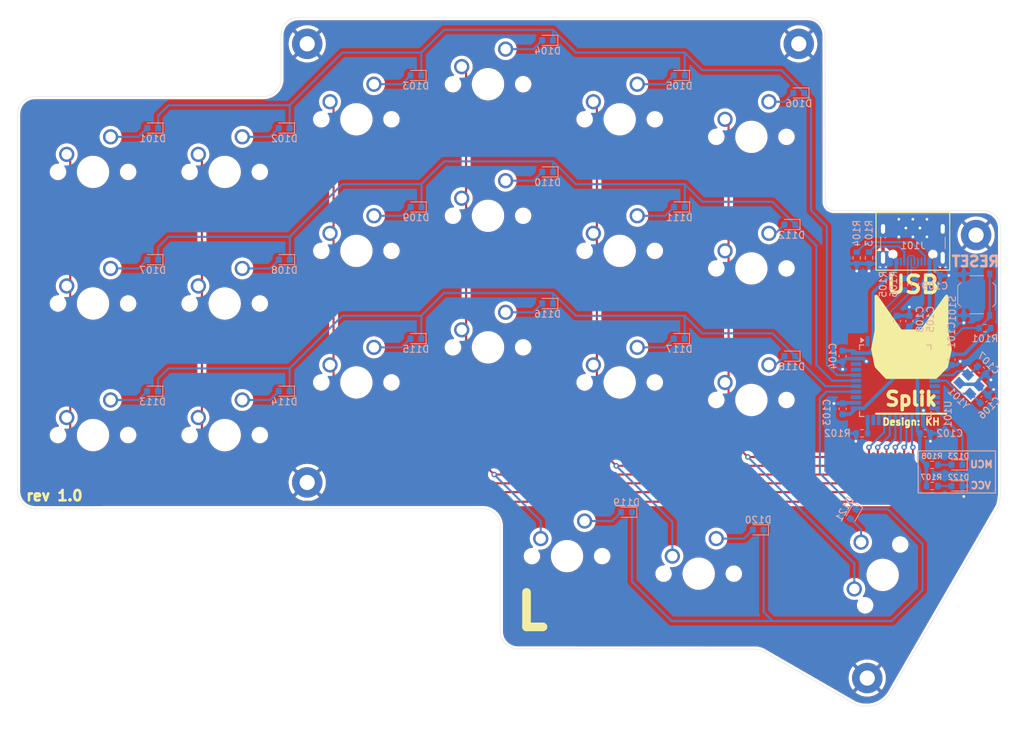
<source format=kicad_pcb>
(kicad_pcb (version 20240108) (generator "pcbnew") (generator_version "8.0")
  (layers (0 "F.Cu" signal) (31 "B.Cu" signal) (34 "B.Paste" user) (35 "F.Paste" user) (36 "B.SilkS" user "B.Silkscreen") (37 "F.SilkS" user "F.Silkscreen") (38 "B.Mask" user) (39 "F.Mask" user) (44 "Edge.Cuts" user))
  (net 0 "")
  (net 1 "GND")
  (net 2 "VCC")
  (net 3 "Net-(U101-XTAL1)")
  (net 4 "Net-(U101-XTAL2)")
  (net 5 "Net-(U101-UCAP)")
  (net 6 "Net-(D101-A)")
  (net 7 "row_0")
  (net 8 "Net-(D102-A)")
  (net 9 "Net-(D103-A)")
  (net 10 "Net-(D104-A)")
  (net 11 "Net-(D105-A)")
  (net 12 "Net-(D106-A)")
  (net 13 "row_1")
  (net 14 "Net-(D107-A)")
  (net 15 "Net-(D108-A)")
  (net 16 "Net-(D109-A)")
  (net 17 "Net-(D110-A)")
  (net 18 "Net-(D111-A)")
  (net 19 "Net-(D112-A)")
  (net 20 "row_2")
  (net 21 "Net-(D113-A)")
  (net 22 "Net-(D114-A)")
  (net 23 "Net-(D115-A)")
  (net 24 "Net-(D116-A)")
  (net 25 "Net-(D117-A)")
  (net 26 "Net-(D118-A)")
  (net 27 "Net-(D119-A)")
  (net 28 "row_3")
  (net 29 "Net-(D120-A)")
  (net 30 "Net-(D121-A)")
  (net 31 "Net-(D122-A)")
  (net 32 "Net-(D123-A)")
  (net 34 "MCU_STATUS")
  (net 35 "Net-(J101-D+-PadA6)")
  (net 36 "Net-(J101-D--PadA7)")
  (net 38 "Net-(J101-CC1)")
  (net 40 "Net-(J101-CC2)")
  (net 41 "Net-(U101-~{RESET})")
  (net 42 "Net-(U101-~{HWB}{slash}PE2)")
  (net 43 "USB_D-")
  (net 44 "USB_D+")
  (net 45 "col_0")
  (net 46 "col_1")
  (net 47 "col_2")
  (net 48 "col_3")
  (net 49 "col_4")
  (net 50 "col_5")
  (footprint "Button_Switch_Keyboard:SW_Cherry_MX_1.00u_PCB" (layer "F.Cu") (at 99.822 98.298)
    (property "Reference" "SW119" (hide yes))
    (property "Value" "FN")
  )
  (footprint "Button_Switch_Keyboard:SW_Cherry_MX_1.00u_PCB" (layer "F.Cu") (at 88.392 49.022)
    (property "Reference" "SW110" (hide yes))
    (property "Value" "D")
  )
  (footprint "Button_Switch_Keyboard:SW_Cherry_MX_1.00u_PCB" (layer "F.Cu") (at 107.442 54.102)
    (property "Reference" "SW111" (hide yes))
    (property "Value" "F")
  )
  (footprint "Button_Switch_Keyboard:SW_Cherry_MX_1.00u_PCB" (layer "F.Cu") (at 107.442 73.152)
    (property "Reference" "SW117" (hide yes))
    (property "Value" "V")
  )
  (footprint "Button_Switch_Keyboard:SW_Cherry_MX_1.00u_PCB" (layer "F.Cu") (at 118.872 100.838)
    (property "Reference" "SW120" (hide yes))
    (property "Value" "SPACE")
  )
  (footprint "Button_Switch_Keyboard:SW_Cherry_MX_1.00u_PCB" (layer "F.Cu") (at 126.492 37.592)
    (property "Reference" "SW106" (hide yes))
    (property "Value" "T")
  )
  (footprint "Button_Switch_Keyboard:SW_Cherry_MX_1.00u_PCB" (layer "F.Cu") (at 50.292 61.722)
    (property "Reference" "SW108" (hide yes))
    (property "Value" "A")
  )
  (footprint "Button_Switch_Keyboard:SW_Cherry_MX_1.00u_PCB" (layer "F.Cu") (at 88.392 29.972)
    (property "Reference" "SW104" (hide yes))
    (property "Value" "E")
  )
  (footprint "Button_Switch_Keyboard:SW_Cherry_MX_1.00u_PCB" (layer "F.Cu") (at 126.492 75.692)
    (property "Reference" "SW118" (hide yes))
    (property "Value" "B")
  )
  (footprint "MountingHole:MountingHole_2.2mm_M2_Pad_TopBottom" (layer "F.Cu") (at 156.464 56.896)
    (property "Reference" "H104" (hide yes))
    (property "Value" "MountingHole_Pad")
  )
  (footprint "Button_Switch_Keyboard:SW_Cherry_MX_1.00u_PCB" (layer "F.Cu") (at 31.242 80.772)
    (property "Reference" "SW113" (hide yes))
    (property "Value" "SHIFT")
  )
  (footprint "MountingHole:MountingHole_2.2mm_M2_Pad_TopBottom" (layer "F.Cu") (at 59.69 29.21)
    (property "Reference" "H102" (hide yes))
    (property "Value" "MountingHole_Pad")
  )
  (footprint "Button_Switch_Keyboard:SW_Cherry_MX_1.00u_PCB" (layer "F.Cu") (at 31.242 42.672)
    (property "Reference" "SW101" (hide yes))
    (property "Value" "ESC")
  )
  (footprint "Button_Switch_Keyboard:SW_Cherry_MX_1.00u_PCB" (layer "F.Cu") (at 50.292 42.672)
    (property "Reference" "SW102" (hide yes))
    (property "Value" "Q")
  )
  (footprint "Button_Switch_Keyboard:SW_Cherry_MX_1.00u_PCB" (layer "F.Cu") (at 88.392 68.072)
    (property "Reference" "SW116" (hide yes))
    (property "Value" "C")
  )
  (footprint "MountingHole:MountingHole_2.2mm_M2_Pad_TopBottom" (layer "F.Cu") (at 130.81 29.21)
    (property "Reference" "H101" (hide yes))
    (property "Value" "MountingHole_Pad")
  )
  (footprint "Button_Switch_Keyboard:SW_Cherry_MX_1.00u_PCB" (layer "F.Cu") (at 50.292 80.772)
    (property "Reference" "SW114" (hide yes))
    (property "Value" "Z")
  )
  (footprint "Button_Switch_Keyboard:SW_Cherry_MX_1.00u_PCB" (layer "F.Cu") (at 107.442 35.052)
    (property "Reference" "SW105" (hide yes))
    (property "Value" "R")
  )
  (footprint "MountingHole:MountingHole_2.2mm_M2_Pad_TopBottom" (layer "F.Cu") (at 140.716 121.031)
    (property "Reference" "H103" (hide yes))
    (property "Value" "MountingHole_Pad")
  )
  (footprint "Button_Switch_Keyboard:SW_Cherry_MX_1.75u_PCB" (layer "F.Cu") (at 139.821791 101.356095 60)
    (property "Reference" "SW121" (hide yes))
    (property "Value" "ENTER")
  )
  (footprint "Button_Switch_Keyboard:SW_Cherry_MX_1.00u_PCB" (layer "F.Cu") (at 69.342 73.152)
    (property "Reference" "SW115" (hide yes))
    (property "Value" "X")
  )
  (footprint "Button_Switch_Keyboard:SW_Cherry_MX_1.00u_PCB" (layer "F.Cu") (at 126.492 56.642)
    (property "Reference" "SW112" (hide yes))
    (property "Value" "G")
  )
  (footprint "Button_Switch_Keyboard:SW_Cherry_MX_1.00u_PCB" (layer "F.Cu") (at 69.342 54.102)
    (property "Reference" "SW109" (hide yes))
    (property "Value" "S")
  )
  (footprint "MountingHole:MountingHole_2.2mm_M2_Pad_TopBottom" (layer "F.Cu") (at 59.69 92.71)
    (property "Reference" "H105" (hide yes))
    (property "Value" "MountingHole_Pad")
  )
  (footprint "Button_Switch_Keyboard:SW_Cherry_MX_1.00u_PCB" (layer "F.Cu") (at 69.342 35.052)
    (property "Reference" "SW103" (hide yes))
    (property "Value" "W")
  )
  (footprint "Button_Switch_Keyboard:SW_Cherry_MX_1.00u_PCB" (layer "F.Cu") (at 31.242 61.722)
    (property "Reference" "SW107" (hide yes))
    (property "Value" "CTRL")
  )
  (footprint "Capacitor_SMD:C_0603_1608Metric" (layer "B.Cu") (at 157.607 80.645 45)
    (property "Reference" "C106")
    (property "Value" "22pF")
  )
  (footprint "Capacitor_SMD:C_0603_1608Metric" (layer "B.Cu") (at 157.226 76.454 -45)
    (property "Reference" "C107")
    (property "Value" "22pF")
  )
  (footprint "Button_Switch_SMD:SW_Push_1P1T_XKB_TS-1187A" (layer "B.Cu") (at 156.561 65.532 -90)
    (property "Reference" "S101")
    (property "Value" "reset_sw")
  )
  (footprint "Resistor_SMD:R_0603_1608Metric" (layer "B.Cu") (at 147.637 64.008 -90)
    (property "Reference" "R106")
    (property "Value" "22")
  )
  (footprint "Diode_SMD:D_0603_1608Metric" (layer "B.Cu") (at 75.4125 33.782 180)
    (property "Reference" "D103")
    (property "Value" "D")
  )
  (footprint "Diode_SMD:D_0603_1608Metric" (layer "B.Cu") (at 37.338 60.452 180)
    (property "Reference" "D107")
    (property "Value" "D")
  )
  (footprint "Capacitor_SMD:C_0603_1608Metric" (layer "B.Cu") (at 152.908 74.93 -90)
    (property "Reference" "C101")
    (property "Value" "0.1uF")
  )
  (footprint "Diode_SMD:D_0603_1608Metric" (layer "B.Cu") (at 138.684 97.282 -120)
    (property "Reference" "D121")
    (property "Value" "D")
  )
  (footprint "Resistor_SMD:R_0603_1608Metric" (layer "B.Cu") (at 146.05 64.008 -90)
    (property "Reference" "R105")
    (property "Value" "22")
  )
  (footprint "LED_SMD:LED_0603_1608Metric" (layer "B.Cu") (at 153.6955 93.218 180)
    (property "Reference" "D122")
    (property "Value" "GREEN")
  )
  (footprint "Capacitor_SMD:C_0603_1608Metric" (layer "B.Cu") (at 137.16 74.422 -90)
    (property "Reference" "C104")
    (property "Value" "0.1uF")
  )
  (footprint "Resistor_SMD:R_0603_1608Metric" (layer "B.Cu") (at 150.114 90.17)
    (property "Reference" "R108")
    (property "Value" "1k")
  )
  (footprint "Diode_SMD:D_0603_1608Metric" (layer "B.Cu") (at 113.538 52.832 180)
    (property "Reference" "D111")
    (property "Value" "D")
  )
  (footprint "Diode_SMD:D_0603_1608Metric" (layer "B.Cu") (at 94.4625 66.802 180)
    (property "Reference" "D116")
    (property "Value" "D")
  )
  (footprint "Diode_SMD:D_0603_1608Metric" (layer "B.Cu") (at 124.9425 99.568 180)
    (property "Reference" "D120")
    (property "Value" "D")
  )
  (footprint "Diode_SMD:D_0603_1608Metric" (layer "B.Cu") (at 113.5125 33.782 180)
    (property "Reference" "D105")
    (property "Value" "D")
  )
  (footprint "Crystal:Crystal_SMD_Abracon_ABM8G-4Pin_3.2x2.5mm" (layer "B.Cu") (at 155.448 78.486 135)
    (property "Reference" "Y101")
    (property "Value" "16 MHz")
  )
  (footprint "Diode_SMD:D_0603_1608Metric" (layer "B.Cu") (at 129.5145 74.422 180)
    (property "Reference" "D118")
    (property "Value" "D")
  )
  (footprint "Resistor_SMD:R_0603_1608Metric" (layer "B.Cu") (at 140.97 60.198 -90)
    (property "Reference" "R103")
    (property "Value" "5.1k")
  )
  (footprint "Connector_USB:USB_C_Receptacle_GCT_USB4105-xx-A_16P_TopMnt_Horizontal" (layer "B.Cu") (at 147.32 57.078)
    (property "Reference" "J101")
    (property "Value" "USB_C_2.0")
  )
  (footprint "Diode_SMD:D_0603_1608Metric" (layer "B.Cu") (at 113.5125 71.882 180)
    (property "Reference" "D117")
    (property "Value" "D")
  )
  (footprint "Resistor_SMD:R_0603_1608Metric" (layer "B.Cu") (at 139.954 85.598 180)
    (property "Reference" "R102")
    (property "Value" "10k")
  )
  (footprint "Diode_SMD:D_0603_1608Metric" (layer "B.Cu") (at 56.3625 79.502 180)
    (property "Reference" "D114")
    (property "Value" "D")
  )
  (footprint "LED_SMD:LED_0603_1608Metric" (layer "B.Cu") (at 153.6955 90.17 180)
    (property "Reference" "D123")
    (property "Value" "GREEN")
  )
  (footprint "Capacitor_SMD:C_0603_1608Metric" (layer "B.Cu") (at 137.16 82.042 90)
    (property "Reference" "C103")
    (property "Value" "0.1uF")
  )
  (footprint "Diode_SMD:D_0603_1608Metric" (layer "B.Cu") (at 94.4625 28.702 180)
    (property "Reference" "D104")
    (property "Value" "D")
  )
  (footprint "Diode_SMD:D_0603_1608Metric" (layer "B.Cu") (at 37.3125 79.502 180)
    (property "Reference" "D113")
    (property "Value" "D")
  )
  (footprint "Diode_SMD:D_0603_1608Metric" (layer "B.Cu") (at 75.4125 71.882 180)
    (property "Reference" "D115")
    (property "Value" "D")
  )
  (footprint "Diode_SMD:D_0603_1608Metric" (layer "B.Cu") (at 94.488 47.752 180)
    (property "Reference" "D110")
    (property "Value" "D")
  )
  (footprint "Capacitor_SMD:C_0603_1608Metric" (layer "B.Cu") (at 146.812 69.342 90)
    (property "Reference" "C105")
    (property "Value" "4.7uF")
  )
  (footprint "Diode_SMD:D_0603_1608Metric" (layer "B.Cu") (at 37.338 41.402 180)
    (property "Reference" "D101")
    (property "Value" "D")
  )
  (footprint "Capacitor_SMD:C_0603_1608Metric" (layer "B.Cu") (at 145.034 69.342 90)
    (property "Reference" "C108")
    (property "Value" "1uF")
  )
  (footprint "Resistor_SMD:R_0603_1608Metric" (layer "B.Cu") (at 139.192 60.198 -90)
    (property "Reference" "R104")
    (property "Value" "5.1k")
  )
  (footprint "Resistor_SMD:R_0603_1608Metric" (layer "B.Cu") (at 157.734 70.358 180)
    (property "Reference" "R101")
    (property "Value" "10k")
  )
  (footprint "Capacitor_SMD:C_0603_1608Metric" (layer "B.Cu") (at 149.098 85.598)
    (property "Reference" "C102")
    (property "Value" "0.1uF")
  )
  (footprint "Diode_SMD:D_0603_1608Metric" (layer "B.Cu") (at 130.81 36.322 180)
    (property "Reference" "D106")
    (property "Value" "D")
  )
  (footprint "Diode_SMD:D_0603_1608Metric" (layer "B.Cu") (at 129.5145 55.372 180)
    (property "Reference" "D112")
    (property "Value" "D")
  )
  (footprint "Diode_SMD:D_0603_1608Metric" (layer "B.Cu") (at 56.388 60.452 180)
    (property "Reference" "D108")
    (property "Value" "D")
  )
  (footprint "Diode_SMD:D_0603_1608Metric" (layer "B.Cu") (at 105.8925 97.028 180)
    (property "Reference" "D119")
    (property "Value" "D")
  )
  (footprint "Diode_SMD:D_0603_1608Metric" (layer "B.Cu") (at 56.3625 41.402 180)
    (property "Reference" "D102")
    (property "Value" "D")
  )
  (footprint "Capacitor_SMD:C_0603_1608Metric" (layer "B.Cu") (at 150.495 62.738 180)
    (property "Reference" "C109")
    (property "Value" "0.1uF")
  )
  (footprint "Package_QFP:TQFP-44_10x10mm_P0.8mm" (layer "B.Cu") (at 144.78 77.978 -90)
    (property "Reference" "U101")
    (property "Value" "ATmega32U4")
  )
  (footprint "Resistor_SMD:R_0603_1608Metric" (layer "B.Cu") (at 150.114 93.218)
    (property "Reference" "R107")
    (property "Value" "1k")
  )
  (footprint "Diode_SMD:D_0603_1608Metric" (layer "B.Cu") (at 75.438 52.832 180)
    (property "Reference" "D109")
    (property "Value" "D")
  )
  (gr_rect (start 148.082 88.138) (end 159.258 94.234) (stroke (width 0.15)) (fill none) (layer "B.SilkS"))
  (gr_poly (pts (xy 145.542 70.8152) (xy 142.0368 65.786) (xy 142.0368 70.7644) (xy 141.5288 73.406) (xy 142.0368 75.8952) (xy 143.51 77.47) (xy 150.622 77.47) (xy 152.146 75.946) (xy 152.7048 73.406) (xy 152.1968 70.866) (xy 152.1968 65.786) (xy 148.59 70.8152)) (stroke (width 0.5)) (fill solid) (layer "F.SilkS"))
  (gr_line (start 141.986 82.7532) (end 152.146 82.7532) (stroke (width 0.3)) (layer "F.SilkS"))
  (gr_rect (start 141.986 53.594) (end 152.654 61.976) (stroke (width 0.15)) (fill none) (layer "F.SilkS"))
  (gr_line (start 20.32 36.83) (end 53.34 36.83) (stroke (width 0.05)) (layer "Edge.Cuts"))
  (gr_line (start 87.63 114.281949) (end 87.63 99.06) (stroke (width 0.05)) (layer "Edge.Cuts"))
  (gr_line (start 55.88 34.29) (end 55.88 27.94) (stroke (width 0.05)) (layer "Edge.Cuts"))
  (gr_line (start 125.766819 117.201968) (end 138.3538 124.46) (stroke (width 0.05)) (layer "Edge.Cuts"))
  (gr_line (start 135.899026 53.330974) (end 157.48 53.34) (stroke (width 0.05)) (layer "Edge.Cuts"))
  (gr_arc (start 17.78 39.37) (mid 18.523949 37.573949) (end 20.32 36.83) (stroke (width 0.05)) (layer "Edge.Cuts"))
  (gr_arc (start 132.08 25.4) (mid 133.876051 26.143949) (end 134.62 27.94) (stroke (width 0.05)) (layer "Edge.Cuts"))
  (gr_line (start 58.42 25.4) (end 132.08 25.4) (stroke (width 0.05)) (layer "Edge.Cuts"))
  (gr_arc (start 85.09 96.52) (mid 86.886051 97.263949) (end 87.63 99.06) (stroke (width 0.05)) (layer "Edge.Cuts"))
  (gr_arc (start 157.48 53.34) (mid 159.276051 54.083949) (end 160.02 55.88) (stroke (width 0.05)) (layer "Edge.Cuts"))
  (gr_arc (start 135.899026 53.330974) (mid 135.001 52.959) (end 134.629026 52.060974) (stroke (width 0.05)) (layer "Edge.Cuts"))
  (gr_arc (start 160.02 93.98) (mid 159.9427 95.062623) (end 159.71237 96.123281) (stroke (width 0.05)) (layer "Edge.Cuts"))
  (gr_arc (start 55.88 27.94) (mid 56.623949 26.143949) (end 58.42 25.4) (stroke (width 0.05)) (layer "Edge.Cuts"))
  (gr_arc (start 20.32 96.52) (mid 18.523949 95.776051) (end 17.78 93.98) (stroke (width 0.05)) (layer "Edge.Cuts"))
  (gr_line (start 20.32 96.52) (end 85.09 96.52) (stroke (width 0.05)) (layer "Edge.Cuts"))
  (gr_line (start 134.62 27.94) (end 134.629026 52.060974) (stroke (width 0.05)) (layer "Edge.Cuts"))
  (gr_arc (start 124.46 116.84) (mid 125.138011 116.932164) (end 125.766819 117.201968) (stroke (width 0.05)) (layer "Edge.Cuts"))
  (gr_line (start 160.02 93.98) (end 160.02 55.88) (stroke (width 0.05)) (layer "Edge.Cuts"))
  (gr_line (start 124.46 116.84) (end 90.17 116.821949) (stroke (width 0.05)) (layer "Edge.Cuts"))
  (gr_line (start 144.067126 123.188961) (end 159.71237 96.123281) (stroke (width 0.05)) (layer "Edge.Cuts"))
  (gr_line (start 17.78 93.98) (end 17.78 39.37) (stroke (width 0.05)) (layer "Edge.Cuts"))
  (gr_arc (start 55.88 34.29) (mid 55.136051 36.086051) (end 53.34 36.83) (stroke (width 0.05)) (layer "Edge.Cuts"))
  (gr_arc (start 144.067126 123.188961) (mid 141.477876 125.026504) (end 138.3538 124.46) (stroke (width 0.05)) (layer "Edge.Cuts"))
  (gr_arc (start 90.17 116.821949) (mid 88.373949 116.078) (end 87.63 114.281949) (stroke (width 0.05)) (layer "Edge.Cuts"))
  (gr_text "MCU" (at 159.004 90.678 -0) (layer "B.SilkS") (effects (font (size 1 1) (thickness 0.3) (bold yes)) (justify left bottom mirror)))
  (gr_text "RESET" (at 160.02 61.595 -0) (layer "B.SilkS") (effects (font (size 1.5 1.5) (thickness 0.375) (bold yes)) (justify left bottom mirror)))
  (gr_text "VCC" (at 158.75 93.726 -0) (layer "B.SilkS") (effects (font (size 1 1) (thickness 0.3) (bold yes)) (justify left bottom mirror)))
  (gr_text "USB" (at 147.32 65.532 0) (layer "F.SilkS") (effects (font (size 2.5 2.5) (thickness 0.5) (bold yes)) (justify bottom)))
  (gr_text "rev 1.0" (at 23.114 95.504 0) (layer "F.SilkS") (effects (font (size 1.5 1.5) (thickness 0.625) (bold yes)) (justify bottom)))
  (gr_text "L" (at 89.408 114.3 0) (layer "F.SilkS") (effects (font (size 5 5) (thickness 1.25) (bold yes)) (justify left bottom)))
  (gr_text "Splik" (at 147.066 81.788 0) (layer "F.SilkS") (effects (font (size 2 2) (thickness 0.5) (bold yes)) (justify bottom)))
  (gr_text "Design: KH" (at 147.066 84.5312 0) (layer "F.SilkS") (effects (font (size 1 1) (thickness 0.25) (bold yes)) (justify bottom)))
  (via (at 154.686 69.596) (size 0.8) (drill 0.4) (layers "F.Cu" "B.Cu") (net 1))
  (via (at 140.97 62.103) (size 0.8) (drill 0.4) (layers "F.Cu" "B.Cu") (net 1))
  (via (at 146.812 67.31) (size 0.8) (drill 0.4) (layers "F.Cu" "B.Cu") (net 1))
  (via (at 154.178 75.184) (size 0.8) (drill 0.4) (layers "F.Cu" "B.Cu") (net 1))
  (via (at 139.192 62.103) (size 0.8) (drill 0.4) (layers "F.Cu" "B.Cu") (net 1))
  (via (at 147.32 57.15) (size 0.8) (drill 0.4) (layers "F.Cu" "B.Cu") (net 1))
  (via (at 148.844 82.296) (size 0.8) (drill 0.4) (layers "F.Cu" "B.Cu") (net 1))
  (via (at 140.589 75.184) (size 0.8) (drill 0.4) (layers "F.Cu" "B.Cu") (net 1))
  (via (at 139.065 86.741) (size 0.8) (drill 0.4) (layers "F.Cu" "B.Cu") (net 1))
  (via (at 158.623 77.851) (size 0.8) (drill 0.4) (layers "F.Cu" "B.Cu") (net 1))
  (via (at 145.288 54.61) (size 0.8) (drill 0.4) (layers "F.Cu" "B.Cu") (net 1))
  (via (at 137.16 76.327) (size 0.8) (drill 0.4) (layers "F.Cu" "B.Cu") (net 1))
  (via (at 149.352 54.61) (size 0.8) (drill 0.4) (layers "F.Cu" "B.Cu") (net 1))
  (via (at 152.527 62.738) (size 0.8) (drill 0.4) (layers "F.Cu" "B.Cu") (net 1))
  (via (at 149.86 86.741) (size 0.8) (drill 0.4) (layers "F.Cu" "B.Cu") (net 1))
  (via (at 148.336 55.88) (size 0.8) (drill 0.4) (layers "F.Cu" "B.Cu") (net 1))
  (via (at 149.352 57.15) (size 0.8) (drill 0.4) (layers "F.Cu" "B.Cu") (net 1))
  (via (at 135.89 81.28) (size 0.8) (drill 0.4) (layers "F.Cu" "B.Cu") (net 1))
  (via (at 146.304 55.88) (size 0.8) (drill 0.4) (layers "F.Cu" "B.Cu") (net 1))
  (via (at 145.288 57.15) (size 0.8) (drill 0.4) (layers "F.Cu" "B.Cu") (net 1))
  (via (at 147.32 54.61) (size 0.8) (drill 0.4) (layers "F.Cu" "B.Cu") (net 1))
  (via (at 159.004 79.248) (size 0.8) (drill 0.4) (layers "F.Cu" "B.Cu") (net 1))
  (via (at 154.686 94.742) (size 0.8) (drill 0.4) (layers "F.Cu" "B.Cu") (net 1))
  (segment (start 143.98 72.278) (end 143.98 69.621) (width 0.5) (layer "B.Cu") (net 1))
  (segment (start 135.903 81.267) (end 135.89 81.28) (width 0.5) (layer "B.Cu") (net 1))
  (segment (start 144.12 60.758) (end 143.575 60.758) (width 0.5) (layer "B.Cu") (net 1))
  (segment (start 148.78 83.678) (end 148.78 82.36) (width 0.5) (layer "B.Cu") (net 1))
  (segment (start 156.826858 78.662777) (end 156.826858 77.949158) (width 0.5) (layer "B.Cu") (net 1))
  (segment (start 145.034 68.567) (end 146.812 68.567) (width 0.5) (layer "B.Cu") (net 1))
  (segment (start 154.48 62.738) (end 154.686 62.532) (width 0.5) (layer "B.Cu") (net 1))
  (segment (start 149.86 85.611) (end 149.873 85.598) (width 0.5) (layer "B.Cu") (net 1))
  (segment (start 143.575 60.758) (end 143 60.183) (width 0.5) (layer "B.Cu") (net 1))
  (segment (start 152.235 76.378) (end 152.908 75.705) (width 0.5) (layer "B.Cu") (net 1))
  (segment (start 137.16 81.267) (end 135.903 81.267) (width 0.5) (layer "B.Cu") (net 1))
  (segment (start 151.64 56.003) (end 151.64 60.183) (width 0.5) (layer "B.Cu") (net 1))
  (segment (start 154.069142 78.309223) (end 154.255538 78.495619) (width 0.5) (layer "B.Cu") (net 1))
  (segment (start 149.86 86.741) (end 149.86 85.611) (width 0.5) (layer "B.Cu") (net 1))
  (segment (start 148.78 84.505) (end 149.873 85.598) (width 0.5) (layer "B.Cu") (net 1))
  (segment (start 139.065 85.662) (end 139.129 85.598) (width 0.5) (layer "B.Cu") (net 1))
  (segment (start 156.6597 78.495619) (end 156.826858 78.662777) (width 0.5) (layer "B.Cu") (net 1))
  (segment (start 139.192 61.023) (end 140.97 61.023) (width 0.5) (layer "B.Cu") (net 1))
  (segment (start 137.16 75.197) (end 137.16 76.327) (width 0.5) (layer "B.Cu") (net 1))
  (segment (start 156.826858 78.768842) (end 158.155008 80.096992) (width 0.5) (layer "B.Cu") (net 1))
  (segment (start 153.657 75.705) (end 154.178 75.184) (width 0.5) (layer "B.Cu") (net 1))
  (segment (start 150.52 60.758) (end 150.52 61.988) (width 0.5) (layer "B.Cu") (net 1))
  (segment (start 137.16 75.197) (end 137.579 74.778) (width 0.5) (layer "B.Cu") (net 1))
  (segment (start 159.004 79.248) (end 158.155008 80.096992) (width 0.5) (layer "B.Cu") (net 1))
  (segment (start 154.255538 78.495619) (end 156.6597 78.495619) (width 0.5) (layer "B.Cu") (net 1))
  (segment (start 154.686 68.532) (end 154.686 69.596) (width 0.5) (layer "B.Cu") (net 1))
  (segment (start 158.623 77.851) (end 157.774008 77.002008) (width 0.5) (layer "B.Cu") (net 1))
  (segment (start 137.579 74.778) (end 139.08 74.778) (width 0.5) (layer "B.Cu") (net 1))
  (segment (start 142.16 61.023) (end 143 60.183) (width 0.5) (layer "B.Cu") (net 1))
  (segment (start 139.192 61.023) (end 139.192 62.103) (width 0.5) (layer "B.Cu") (net 1))
  (segment (start 137.249 81.178) (end 139.08 81.178) (width 0.5) (layer "B.Cu") (net 1))
  (segment (start 152.527 62.738) (end 154.48 62.738) (width 0.5) (layer "B.Cu") (net 1))
  (segment (start 140.589 75.184) (end 140.183 74.778) (width 0.5) (layer "B.Cu") (net 1))
  (segment (start 151.065 60.758) (end 151.64 60.183) (width 0.5) (layer "B.Cu") (net 1))
  (segment (start 150.52 61.988) (end 151.27 62.738) (width 0.5) (layer "B.Cu") (net 1))
  (segment (start 148.78 82.36) (end 148.844 82.296) (width 0.5) (layer "B.Cu") (net 1))
  (segment (start 148.78 83.678) (end 148.78 84.505) (width 0.5) (layer "B.Cu") (net 1))
  (segment (start 152.908 75.705) (end 153.657 75.705) (width 0.5) (layer "B.Cu") (net 1))
  (segment (start 151.27 62.738) (end 152.527 62.738) (width 0.5) (layer "B.Cu") (net 1))
  (segment (start 143.98 69.621) (end 145.034 68.567) (width 0.5) (layer "B.Cu") (net 1))
  (segment (start 140.183 74.778) (end 139.08 74.778) (width 0.5) (layer "B.Cu") (net 1))
  (segment (start 146.812 68.567) (end 146.812 67.31) (width 0.5) (layer "B.Cu") (net 1))
  (segment (start 156.826858 77.949158) (end 157.774008 77.002008) (width 0.5) (layer "B.Cu") (net 1))
  (segment (start 154.483 94.539) (end 154.686 94.742) (width 0.5) (layer "B.Cu") (net 1))
  (segment (start 156.826858 78.662777) (end 156.826858 78.768842) (width 0.5) (layer "B.Cu") (net 1))
  (segment (start 150.52 60.758) (end 151.065 60.758) (width 0.5) (layer "B.Cu") (net 1))
  (segment (start 150.48 76.378) (end 152.235 76.378) (width 0.5) (layer "B.Cu") (net 1))
  (segment (start 154.483 93.218) (end 154.483 94.539) (width 0.5) (layer "B.Cu") (net 1))
  (segment (start 140.97 61.023) (end 142.16 61.023) (width 0.5) (layer "B.Cu") (net 1))
  (segment (start 140.97 61.023) (end 140.97 62.103) (width 0.5) (layer "B.Cu") (net 1))
  (segment (start 139.065 86.741) (end 139.065 85.662) (width 0.5) (layer "B.Cu") (net 1))
  (segment (start 137.16 81.267) (end 137.249 81.178) (width 0.5) (layer "B.Cu") (net 1))
  (segment (start 147.98 75.803) (end 147.755 75.578) (width 0.5) (layer "B.Cu") (net 2))
  (segment (start 141.58 65.176) (end 141.58 72.278) (width 0.5) (layer "B.Cu") (net 2))
  (segment (start 148.323 85.598) (end 148.323 89.204) (width 0.5) (layer "B.Cu") (net 2))
  (segment (start 149.289 90.17) (end 148.323 89.204) (width 0.5) (layer "B.Cu") (net 2))
  (segment (start 149.72 60.758) (end 149.72 62.738) (width 0.5) (layer "B.Cu") (net 2))
  (segment (start 147.98 85.255) (end 147.98 83.678) (width 0.5) (layer "B.Cu") (net 2))
  (segment (start 154.762 74.155) (end 158.559 70.358) (width 0.5) (layer "B.Cu") (net 2))
  (segment (start 139.08 81.978) (end 140.205 81.978) (width 0.5) (layer "B.Cu") (net 2))
  (segment (start 145.58 76.603) (end 145.58 73.403) (width 0.5) (layer "B.Cu") (net 2))
  (segment (start 147.98 83.678) (end 147.98 75.803) (width 0.5) (layer "B.Cu") (net 2))
  (segment (start 145.58 73.403) (end 147.755 75.578) (width 0.5) (layer "B.Cu") (net 2))
  (segment (start 150.48 75.578) (end 151.485 75.578) (width 0.5) (layer "B.Cu") (net 2))
  (segment (start 144.92 60.758) (end 144.92 61.836) (width 0.5) (layer "B.Cu") (net 2))
  (segment (start 138.241 82.817) (end 139.08 81.978) (width 0.5) (layer "B.Cu") (net 2))
  (segment (start 151.485 75.578) (end 152.908 74.155) (width 0.5) (layer "B.Cu") (net 2))
  (segment (start 141.005 73.978) (end 142.955 73.978) (width 0.5) (layer "B.Cu") (net 2))
  (segment (start 141.005 73.978) (end 141.58 73.403) (width 0.5) (layer "B.Cu") (net 2))
  (segment (start 145.58 72.278) (end 145.58 73.403) (width 0.5) (layer "B.Cu") (net 2))
  (segment (start 139.08 73.978) (end 141.005 73.978) (width 0.5) (layer "B.Cu") (net 2))
  (segment (start 146.812 70.117) (end 145.58 71.349) (width 0.5) (layer "B.Cu") (net 2))
  (segment (start 142.955 73.978) (end 145.58 76.603) (width 0.5) (layer "B.Cu") (net 2))
  (segment (start 144.92 61.836) (end 141.58 65.176) (width 0.5) (layer "B.Cu") (net 2))
  (segment (start 147.755 75.578) (end 150.48 75.578) (width 0.5) (layer "B.Cu") (net 2))
  (segment (start 149.72 62.738) (end 149.72 67.209) (width 0.5) (layer "B.Cu") (net 2))
  (segment (start 140.205 81.978) (end 145.58 76.603) (width 0.5) (layer "B.Cu") (net 2))
  (segment (start 149.289 93.218) (end 149.289 90.17) (width 0.5) (layer "B.Cu") (net 2))
  (segment (start 145.58 71.349) (end 145.58 72.278) (width 0.5) (layer "B.Cu") (net 2))
  (segment (start 141.58 73.403) (end 141.58 72.278) (width 0.5) (layer "B.Cu") (net 2))
  (segment (start 138.749 73.647) (end 139.08 73.978) (width 0.5) (layer "B.Cu") (net 2))
  (segment (start 149.72 67.209) (end 146.812 70.117) (width 0.5) (layer "B.Cu") (net 2))
  (segment (start 137.16 73.647) (end 138.749 73.647) (width 0.5) (layer "B.Cu") (net 2))
  (segment (start 152.908 74.155) (end 154.762 74.155) (width 0.5) (layer "B.Cu") (net 2))
  (segment (start 148.323 85.598) (end 147.98 85.255) (width 0.5) (layer "B.Cu") (net 2))
  (segment (start 137.16 82.817) (end 138.241 82.817) (width 0.5) (layer "B.Cu") (net 2))
  (segment (start 155.624777 79.864858) (end 155.730842 79.864858) (width 0.3) (layer "B.Cu") (net 3))
  (segment (start 154.032858 79.864858) (end 155.624777 79.864858) (width 0.3) (layer "B.Cu") (net 3))
  (segment (start 152.146 77.978) (end 154.032858 79.864858) (width 0.3) (layer "B.Cu") (net 3))
  (segment (start 155.730842 79.864858) (end 157.058992 81.193008) (width 0.3) (layer "B.Cu") (net 3))
  (segment (start 150.48 77.978) (end 152.146 77.978) (width 0.3) (layer "B.Cu") (net 3))
  (segment (start 153.1365 77.178) (end 150.48 77.178) (width 0.3) (layer "B.Cu") (net 4))
  (segment (start 155.476842 77.107142) (end 156.677992 75.905992) (width 0.3) (layer "B.Cu") (net 4))
  (segment (start 154.776248 76.612167) (end 153.702333 76.612167) (width 0.3) (layer "B.Cu") (net 4))
  (segment (start 155.271223 77.107142) (end 155.476842 77.107142) (width 0.3) (layer "B.Cu") (net 4))
  (segment (start 153.702333 76.612167) (end 153.1365 77.178) (width 0.3) (layer "B.Cu") (net 4))
  (segment (start 155.271223 77.107142) (end 154.776248 76.612167) (width 0.3) (layer "B.Cu") (net 4))
  (segment (start 144.78 70.371) (end 145.034 70.117) (width 0.5) (layer "B.Cu") (net 5))
  (segment (start 144.78 72.278) (end 144.78 70.371) (width 0.5) (layer "B.Cu") (net 5))
  (segment (start 35.2805 42.672) (end 36.5505 41.402) (width 0.3) (layer "B.Cu") (net 6))
  (segment (start 31.242 42.672) (end 35.2805 42.672) (width 0.3) (layer "B.Cu") (net 6))
  (segment (start 132.588 37.3125) (end 132.588 53.34) (width 0.3) (layer "B.Cu") (net 7))
  (segment (start 116.84 33.02) (end 114.3 30.48) (width 0.3) (layer "B.Cu") (net 7))
  (segment (start 57.15 38.1) (end 64.77 30.48) (width 0.3) (layer "B.Cu") (net 7))
  (segment (start 134.874 55.626) (end 134.874 75.692) (width 0.3) (layer "B.Cu") (net 7))
  (segment (start 57.15 41.402) (end 57.15 38.1) (width 0.3) (layer "B.Cu") (net 7))
  (segment (start 114.3 33.782) (end 114.3 30.48) (width 0.3) (layer "B.Cu") (net 7))
  (segment (start 38.1255 39.5985) (end 39.624 38.1) (width 0.3) (layer "B.Cu") (net 7))
  (segment (start 98.552 30.48) (end 95.25 27.178) (width 0.3) (layer "B.Cu") (net 7))
  (segment (start 79.502 27.178) (end 76.2 30.48) (width 0.3) (layer "B.Cu") (net 7))
  (segment (start 95.25 28.702) (end 95.25 27.178) (width 0.3) (layer "B.Cu") (net 7))
  (segment (start 131.5975 36.322) (end 128.2955 33.02) (width 0.3) (layer "B.Cu") (net 7))
  (segment (start 76.2 33.782) (end 76.2 30.48) (width 0.3) (layer "B.Cu") (net 7))
  (segment (start 95.25 27.178) (end 79.502 27.178) (width 0.3) (layer "B.Cu") (net 7))
  (segment (start 134.874 75.692) (end 136.36 77.178) (width 0.3) (layer "B.Cu") (net 7))
  (segment (start 64.77 30.48) (end 76.2 30.48) (width 0.3) (layer "B.Cu") (net 7))
  (segment (start 39.624 38.1) (end 57.15 38.1) (width 0.3) (layer "B.Cu") (net 7))
  (segment (start 136.36 77.178) (end 139.08 77.178) (width 0.3) (layer "B.Cu") (net 7))
  (segment (start 38.1255 41.402) (end 38.1255 39.5985) (width 0.3) (layer "B.Cu") (net 7))
  (segment (start 114.3 30.48) (end 98.552 30.48) (width 0.3) (layer "B.Cu") (net 7))
  (segment (start 131.5975 36.322) (end 132.588 37.3125) (width 0.3) (layer "B.Cu") (net 7))
  (segment (start 132.588 53.34) (end 134.874 55.626) (width 0.3) (layer "B.Cu") (net 7))
  (segment (start 128.2955 33.02) (end 116.84 33.02) (width 0.3) (layer "B.Cu") (net 7))
  (segment (start 54.305 42.672) (end 55.575 41.402) (width 0.3) (layer "B.Cu") (net 8))
  (segment (start 50.292 42.672) (end 54.305 42.672) (width 0.3) (layer "B.Cu") (net 8))
  (segment (start 69.342 35.052) (end 73.355 35.052) (width 0.3) (layer "B.Cu") (net 9))
  (segment (start 73.355 35.052) (end 74.625 33.782) (width 0.3) (layer "B.Cu") (net 9))
  (segment (start 88.392 29.972) (end 92.405 29.972) (width 0.3) (layer "B.Cu") (net 10))
  (segment (start 92.405 29.972) (end 93.675 28.702) (width 0.3) (layer "B.Cu") (net 10))
  (segment (start 107.442 35.052) (end 111.455 35.052) (width 0.3) (layer "B.Cu") (net 11))
  (segment (start 111.455 35.052) (end 112.725 33.782) (width 0.3) (layer "B.Cu") (net 11))
  (segment (start 128.7525 37.592) (end 130.0225 36.322) (width 0.3) (layer "B.Cu") (net 12))
  (segment (start 126.492 37.592) (end 128.7525 37.592) (width 0.3) (layer "B.Cu") (net 12))
  (segment (start 116.84 52.07) (end 114.3 49.53) (width 0.3) (layer "B.Cu") (net 13))
  (segment (start 130.302 55.372) (end 127 52.07) (width 0.3) (layer "B.Cu") (net 13))
  (segment (start 127 52.07) (end 116.84 52.07) (width 0.3) (layer "B.Cu") (net 13))
  (segment (start 76.2255 49.56825) (end 76.18725 49.53) (width 0.3) (layer "B.Cu") (net 13))
  (segment (start 98.552 49.53) (end 95.25 46.228) (width 0.3) (layer "B.Cu") (net 13))
  (segment (start 133.35 75.692) (end 135.636 77.978) (width 0.3) (layer "B.Cu") (net 13))
  (segment (start 114.3255 49.5555) (end 114.3 49.53) (width 0.3) (layer "B.Cu") (net 13))
  (segment (start 76.2255 52.832) (end 76.2255 49.56825) (width 0.3) (layer "B.Cu") (net 13))
  (segment (start 57.13725 57.15) (end 39.61125 57.15) (width 0.3) (layer "B.Cu") (net 13))
  (segment (start 114.3 49.53) (end 98.552 49.53) (width 0.3) (layer "B.Cu") (net 13))
  (segment (start 64.75725 49.53) (end 57.13725 57.15) (width 0.3) (layer "B.Cu") (net 13))
  (segment (start 95.2755 46.2535) (end 95.25 46.228) (width 0.3) (layer "B.Cu") (net 13))
  (segment (start 114.3255 52.832) (end 114.3255 49.5555) (width 0.3) (layer "B.Cu") (net 13))
  (segment (start 135.636 77.978) (end 139.08 77.978) (width 0.3) (layer "B.Cu") (net 13))
  (segment (start 95.25 46.228) (end 79.48925 46.228) (width 0.3) (layer "B.Cu") (net 13))
  (segment (start 133.35 58.42) (end 133.35 75.692) (width 0.3) (layer "B.Cu") (net 13))
  (segment (start 57.1755 57.18825) (end 57.13725 57.15) (width 0.3) (layer "B.Cu") (net 13))
  (segment (start 95.2755 47.752) (end 95.2755 46.2535) (width 0.3) (layer "B.Cu") (net 13))
  (segment (start 130.302 55.372) (end 133.35 58.42) (width 0.3) (layer "B.Cu") (net 13))
  (segment (start 57.1755 60.452) (end 57.1755 57.18825) (width 0.3) (layer "B.Cu") (net 13))
  (segment (start 79.48925 46.228) (end 76.18725 49.53) (width 0.3) (layer "B.Cu") (net 13))
  (segment (start 38.1255 58.63575) (end 38.1255 60.452) (width 0.3) (layer "B.Cu") (net 13))
  (segment (start 76.18725 49.53) (end 64.75725 49.53) (width 0.3) (layer "B.Cu") (net 13))
  (segment (start 39.61125 57.15) (end 38.1255 58.63575) (width 0.3) (layer "B.Cu") (net 13))
  (segment (start 31.242 61.722) (end 35.2805 61.722) (width 0.3) (layer "B.Cu") (net 14))
  (segment (start 35.2805 61.722) (end 36.5505 60.452) (width 0.3) (layer "B.Cu") (net 14))
  (segment (start 54.3305 61.722) (end 55.6005 60.452) (width 0.3) (layer "B.Cu") (net 15))
  (segment (start 50.292 61.722) (end 54.3305 61.722) (width 0.3) (layer "B.Cu") (net 15))
  (segment (start 69.342 54.102) (end 73.3805 54.102) (width 0.3) (layer "B.Cu") (net 16))
  (segment (start 73.3805 54.102) (end 74.6505 52.832) (width 0.3) (layer "B.Cu") (net 16))
  (segment (start 92.4305 49.022) (end 93.7005 47.752) (width 0.3) (layer "B.Cu") (net 17))
  (segment (start 88.392 49.022) (end 92.4305 49.022) (width 0.3) (layer "B.Cu") (net 17))
  (segment (start 111.4805 54.102) (end 112.7505 52.832) (width 0.3) (layer "B.Cu") (net 18))
  (segment (start 107.442 54.102) (end 111.4805 54.102) (width 0.3) (layer "B.Cu") (net 18))
  (segment (start 127.457 56.642) (end 128.727 55.372) (width 0.3) (layer "B.Cu") (net 19))
  (segment (start 126.492 56.642) (end 127.457 56.642) (width 0.3) (layer "B.Cu") (net 19))
  (segment (start 79.48925 65.278) (end 95.25 65.278) (width 0.3) (layer "B.Cu") (net 20))
  (segment (start 38.1 79.502) (end 38.1 77.71125) (width 0.3) (layer "B.Cu") (net 20))
  (segment (start 130.302 74.422) (end 134.658 78.778) (width 0.3) (layer "B.Cu") (net 20))
  (segment (start 116.84 71.12) (end 127 71.12) (width 0.3) (layer "B.Cu") (net 20))
  (segment (start 114.3 71.882) (end 114.3 68.58) (width 0.3) (layer "B.Cu") (net 20))
  (segment (start 38.1 77.71125) (end 39.61125 76.2) (width 0.3) (layer "B.Cu") (net 20))
  (segment (start 76.18725 68.58) (end 79.48925 65.278) (width 0.3) (layer "B.Cu") (net 20))
  (segment (start 57.13725 76.2) (end 64.75725 68.58) (width 0.3) (layer "B.Cu") (net 20))
  (segment (start 57.13725 76.2) (end 57.15 76.21275) (width 0.3) (layer "B.Cu") (net 20))
  (segment (start 64.75725 68.58) (end 76.18725 68.58) (width 0.3) (layer "B.Cu") (net 20))
  (segment (start 76.2 68.59275) (end 76.2 71.882) (width 0.3) (layer "B.Cu") (net 20))
  (segment (start 95.25 66.802) (end 95.25 65.278) (width 0.3) (layer "B.Cu") (net 20))
  (segment (start 57.15 76.21275) (end 57.15 79.502) (width 0.3) (layer "B.Cu") (net 20))
  (segment (start 95.25 65.278) (end 98.552 68.58) (width 0.3) (layer "B.Cu") (net 20))
  (segment (start 98.552 68.58) (end 114.3 68.58) (width 0.3) (layer "B.Cu") (net 20))
  (segment (start 39.61125 76.2) (end 57.13725 76.2) (width 0.3) (layer "B.Cu") (net 20))
  (segment (start 114.3 68.58) (end 116.84 71.12) (width 0.3) (layer "B.Cu") (net 20))
  (segment (start 134.658 78.778) (end 139.08 78.778) (width 0.3) (layer "B.Cu") (net 20))
  (segment (start 127 71.12) (end 130.302 74.422) (width 0.3) (layer "B.Cu") (net 20))
  (segment (start 76.18725 68.58) (end 76.2 68.59275) (width 0.3) (layer "B.Cu") (net 20))
  (segment (start 35.255 80.772) (end 36.525 79.502) (width 0.3) (layer "B.Cu") (net 21))
  (segment (start 31.242 80.772) (end 35.255 80.772) (width 0.3) (layer "B.Cu") (net 21))
  (segment (start 50.292 80.772) (end 54.305 80.772) (width 0.3) (layer "B.Cu") (net 22))
  (segment (start 54.305 80.772) (end 55.575 79.502) (width 0.3) (layer "B.Cu") (net 22))
  (segment (start 73.355 73.152) (end 74.625 71.882) (width 0.3) (layer "B.Cu") (net 23))
  (segment (start 69.342 73.152) (end 73.355 73.152) (width 0.3) (layer "B.Cu") (net 23))
  (segment (start 92.405 68.072) (end 93.675 66.802) (width 0.3) (layer "B.Cu") (net 24))
  (segment (start 88.392 68.072) (end 92.405 68.072) (width 0.3) (layer "B.Cu") (net 24))
  (segment (start 107.442 73.152) (end 111.455 73.152) (width 0.3) (layer "B.Cu") (net 25))
  (segment (start 111.455 73.152) (end 112.725 71.882) (width 0.3) (layer "B.Cu") (net 25))
  (segment (start 126.492 75.692) (end 127.457 75.692) (width 0.3) (layer "B.Cu") (net 26))
  (segment (start 127.457 75.692) (end 128.727 74.422) (width 0.3) (layer "B.Cu") (net 26))
  (segment (start 99.822 98.298) (end 103.835 98.298) (width 0.3) (layer "B.Cu") (net 27))
  (segment (start 103.835 98.298) (end 105.105 97.028) (width 0.3) (layer "B.Cu") (net 27))
  (segment (start 106.68 107.061) (end 112.395 112.776) (width 0.3) (layer "B.Cu") (net 28))
  (segment (start 112.395 112.776) (end 127 112.776) (width 0.3) (layer "B.Cu") (net 28))
  (segment (start 139.08 79.578) (end 134.798 79.578) (width 0.3) (layer "B.Cu") (net 28))
  (segment (start 127 112.776) (end 144.272 112.776) (width 0.3) (layer "B.Cu") (net 28))
  (segment (start 144.272 112.776) (end 148.717 108.331) (width 0.3) (layer "B.Cu") (net 28))
  (segment (start 125.73 111.506) (end 127 112.776) (width 0.3) (layer "B.Cu") (net 28))
  (segment (start 148.717 108.331) (end 148.717 101.6) (width 0.3) (layer "B.Cu") (net 28))
  (segment (start 133.858 80.518) (end 133.858 91.380255) (width 0.3) (layer "B.Cu") (net 28))
  (segment (start 106.68 97.028) (end 106.68 107.061) (width 0.3) (layer "B.Cu") (net 28))
  (segment (start 134.798 79.578) (end 133.858 80.518) (width 0.3) (layer "B.Cu") (net 28))
  (segment (start 133.858 91.380255) (end 139.07775 96.600005) (width 0.3) (layer "B.Cu") (net 28))
  (segment (start 143.717005 96.600005) (end 139.07775 96.600005) (width 0.3) (layer "B.Cu") (net 28))
  (segment (start 148.717 101.6) (end 143.717005 96.600005) (width 0.3) (layer "B.Cu") (net 28))
  (segment (start 125.73 99.568) (end 125.73 111.506) (width 0.3) (layer "B.Cu") (net 28))
  (segment (start 118.872 100.838) (end 122.885 100.838) (width 0.3) (layer "B.Cu") (net 29))
  (segment (start 122.885 100.838) (end 124.155 99.568) (width 0.3) (layer "B.Cu") (net 29))
  (segment (start 139.821791 101.356095) (end 139.821791 99.495536) (width 0.3) (layer "B.Cu") (net 30))
  (segment (start 139.821791 99.495536) (end 138.29025 97.963995) (width 0.3) (layer "B.Cu") (net 30))
  (segment (start 150.939 93.218) (end 152.908 93.218) (width 0.3) (layer "B.Cu") (net 31))
  (segment (start 150.939 90.17) (end 152.908 90.17) (width 0.3) (layer "B.Cu") (net 32))
  (segment (start 154.483 85.981) (end 154.483 90.17) (width 0.3) (layer "B.Cu") (net 34))
  (segment (start 150.48 81.978) (end 154.483 85.981) (width 0.3) (layer "B.Cu") (net 34))
  (segment (start 147.07 61.36541) (end 147.33759 61.633) (width 0.2) (layer "B.Cu") (net 35))
  (segment (start 147.07 62.616) (end 147.07 60.758) (width 0.2) (layer "B.Cu") (net 35))
  (segment (start 147.80241 61.633) (end 148.07 61.36541) (width 0.2) (layer "B.Cu") (net 35))
  (segment (start 147.33759 61.633) (end 147.80241 61.633) (width 0.2) (layer "B.Cu") (net 35))
  (segment (start 147.07 60.758) (end 147.07 61.36541) (width 0.2) (layer "B.Cu") (net 35))
  (segment (start 148.07 61.36541) (end 148.07 60.758) (width 0.2) (layer "B.Cu") (net 35))
  (segment (start 147.637 63.183) (end 147.07 62.616) (width 0.2) (layer "B.Cu") (net 35))
  (segment (start 147.57 60.15059) (end 147.30241 59.883) (width 0.2) (layer "B.Cu") (net 36))
  (segment (start 146.83759 59.883) (end 146.57 60.15059) (width 0.2) (layer "B.Cu") (net 36))
  (segment (start 146.05 63.183) (end 146.57 62.663) (width 0.2) (layer "B.Cu") (net 36))
  (segment (start 146.57 62.663) (end 146.57 60.758) (width 0.2) (layer "B.Cu") (net 36))
  (segment (start 147.57 60.758) (end 147.57 60.15059) (width 0.2) (layer "B.Cu") (net 36))
  (segment (start 147.30241 59.883) (end 146.83759 59.883) (width 0.2) (layer "B.Cu") (net 36))
  (segment (start 146.57 60.15059) (end 146.57 60.758) (width 0.2) (layer "B.Cu") (net 36))
  (segment (start 140.97 59.373) (end 141.796 58.547) (width 0.3) (layer "B.Cu") (net 38))
  (segment (start 146.07 59.329) (end 146.07 60.758) (width 0.3) (layer "B.Cu") (net 38))
  (segment (start 141.796 58.547) (end 145.288 58.547) (width 0.3) (layer "B.Cu") (net 38))
  (segment (start 145.288 58.547) (end 146.07 59.329) (width 0.3) (layer "B.Cu") (net 38))
  (segment (start 140.653 57.912) (end 147.066 57.912) (width 0.3) (layer "B.Cu") (net 40))
  (segment (start 147.066 57.912) (end 149.07 59.916) (width 0.3) (layer "B.Cu") (net 40))
  (segment (start 139.192 59.373) (end 140.653 57.912) (width 0.3) (layer "B.Cu") (net 40))
  (segment (start 149.07 59.916) (end 149.07 60.758) (width 0.3) (layer "B.Cu") (net 40))
  (segment (start 158.436 68.532) (end 158.436 68.831) (width 0.3) (layer "B.Cu") (net 41))
  (segment (start 158.436 62.532) (end 158.436 68.532) (width 0.3) (layer "B.Cu") (net 41))
  (segment (start 154.559 70.358) (end 156.909 70.358) (width 0.3) (layer "B.Cu") (net 41))
  (segment (start 158.436 68.831) (end 156.909 70.358) (width 0.3) (layer "B.Cu") (net 41))
  (segment (start 150.48 74.778) (end 151.405 74.778) (width 0.3) (layer "B.Cu") (net 41))
  (segment (start 151.892 73.025) (end 154.559 70.358) (width 0.3) (layer "B.Cu") (net 41))
  (segment (start 151.405 74.778) (end 151.892 74.291) (width 0.3) (layer "B.Cu") (net 41))
  (segment (start 151.892 74.291) (end 151.892 73.025) (width 0.3) (layer "B.Cu") (net 41))
  (segment (start 140.78 85.597) (end 140.779 85.598) (width 0.5) (layer "B.Cu") (net 42))
  (segment (start 140.78 83.678) (end 140.78 85.597) (width 0.5) (layer "B.Cu") (net 42))
  (segment (start 142.38 72.278) (end 142.38 68.503) (width 0.2) (layer "B.Cu") (net 43))
  (segment (start 142.38 68.503) (end 146.05 64.833) (width 0.2) (layer "B.Cu") (net 43))
  (segment (start 143.18 72.278) (end 143.18 68.943304) (width 0.2) (layer "B.Cu") (net 44))
  (segment (start 147.290304 64.833) (end 147.637 64.833) (width 0.2) (layer "B.Cu") (net 44))
  (segment (start 143.18 68.943304) (end 147.290304 64.833) (width 0.2) (layer "B.Cu") (net 44))
  (segment (start 30.607 95.504) (end 25.4 90.297) (width 0.3) (layer "F.Cu") (net 45))
  (segment (start 147.32 92.0115) (end 143.8275 95.504) (width 0.3) (layer "F.Cu") (net 45))
  (segment (start 24.892 45.212) (end 25.4 45.72) (width 0.3) (layer "F.Cu") (net 45))
  (segment (start 25.4 90.297) (end 25.4 83.82) (width 0.3) (layer "F.Cu") (net 45))
  (segment (start 25.4 45.72) (end 25.4 64.77) (width 0.3) (layer "F.Cu") (net 45))
  (segment (start 24.892 83.312) (end 25.4 83.82) (width 0.3) (layer "F.Cu") (net 45))
  (segment (start 24.892 64.262) (end 25.4 64.77) (width 0.3) (layer "F.Cu") (net 45))
  (segment (start 147.32 87.63) (end 147.32 92.0115) (width 0.3) (layer "F.Cu") (net 45))
  (segment (start 143.8275 95.504) (end 30.607 95.504) (width 0.3) (layer "F.Cu") (net 45))
  (segment (start 25.4 64.77) (end 25.4 83.82) (width 0.3) (layer "F.Cu") (net 45))
  (via (at 147.32 87.63) (size 0.8) (drill 0.4) (layers "F.Cu" "B.Cu") (net 45))
  (segment (start 147.18 83.678) (end 147.18 87.49) (width 0.3) (layer "B.Cu") (net 45))
  (segment (start 147.18 87.49) (end 147.32 87.63) (width 0.3) (layer "B.Cu") (net 45))
  (segment (start 44.069 45.339) (end 44.45 45.72) (width 0.3) (layer "F.Cu") (net 46))
  (segment (start 44.45 46.355) (end 44.45 46.99) (width 0.3) (layer "F.Cu") (net 46))
  (segment (start 43.942 83.312) (end 44.45 83.82) (width 0.3) (layer "F.Cu") (net 46))
  (segment (start 44.45 64.77) (end 44.45 83.82) (width 0.3) (layer "F.Cu") (net 46))
  (segment (start 61.214 88.9) (end 66.421 94.107) (width 0.3) (layer "F.Cu") (net 46))
  (segment (start 44.45 83.82) (end 44.45 86.741) (width 0.3) (layer "F.Cu") (net 46))
  (segment (start 146.05 91.44) (end 146.05 87.63) (width 0.3) (layer "F.Cu") (net 46))
  (segment (start 43.942 45.212) (end 44.069 45.339) (width 0.3) (layer "F.Cu") (net 46))
  (segment (start 46.609 88.9) (end 61.214 88.9) (width 0.3) (layer "F.Cu") (net 46))
  (segment (start 143.383 94.107) (end 146.05 91.44) (width 0.3) (layer "F.Cu") (net 46))
  (segment (start 44.45 45.72) (end 44.45 46.355) (width 0.3) (layer "F.Cu") (net 46))
  (segment (start 44.45 86.741) (end 46.609 88.9) (width 0.3) (layer "F.Cu") (net 46))
  (segment (start 66.421 94.107) (end 143.383 94.107) (width 0.3) (layer "F.Cu") (net 46))
  (segment (start 43.942 64.262) (end 44.45 64.77) (width 0.3) (layer "F.Cu") (net 46))
  (segment (start 44.45 46.99) (end 44.45 64.77) (width 0.3) (layer "F.Cu") (net 46))
  (via (at 146.05 87.63) (size 0.8) (drill 0.4) (layers "F.Cu" "B.Cu") (net 46))
  (segment (start 146.38 87.3) (end 146.05 87.63) (width 0.3) (layer "B.Cu") (net 46))
  (segment (start 146.38 83.678) (end 146.38 87.3) (width 0.3) (layer "B.Cu") (net 46))
  (segment (start 144.78 90.83675) (end 144.78 87.63) (width 0.3) (layer "F.Cu") (net 47))
  (segment (start 62.992 56.642) (end 63.5 57.15) (width 0.3) (layer "F.Cu") (net 47))
  (segment (start 63.5 57.15) (end 63.5 76.2) (width 0.3) (layer "F.Cu") (net 47))
  (segment (start 63.5 38.1) (end 63.5 57.15) (width 0.3) (layer "F.Cu") (net 47))
  (segment (start 62.992 37.592) (end 63.5 38.1) (width 0.3) (layer "F.Cu") (net 47))
  (segment (start 142.77975 92.837) (end 144.78 90.83675) (width 0.3) (layer "F.Cu") (net 47))
  (segment (start 63.5 76.2) (end 63.5 88.646) (width 0.3) (layer "F.Cu") (net 47))
  (segment (start 63.5 88.646) (end 67.691 92.837) (width 0.3) (layer "F.Cu") (net 47))
  (segment (start 62.992 75.692) (end 63.5 76.2) (width 0.3) (layer "F.Cu") (net 47))
  (segment (start 67.691 92.837) (end 142.77975 92.837) (width 0.3) (layer "F.Cu") (net 47))
  (via (at 144.78 87.63) (size 0.8) (drill 0.4) (layers "F.Cu" "B.Cu") (net 47))
  (segment (start 145.58 86.83) (end 144.78 87.63) (width 0.3) (layer "B.Cu") (net 47))
  (segment (start 145.58 83.678) (end 145.58 86.83) (width 0.3) (layer "B.Cu") (net 47))
  (segment (start 82.042 32.512) (end 82.677 33.147) (width 0.3) (layer "F.Cu") (net 48))
  (segment (start 82.042 51.562) (end 82.677 52.197) (width 0.3) (layer "F.Cu") (net 48))
  (segment (start 142.113 91.567) (end 143.51 90.17) (width 0.3) (layer "F.Cu") (net 48))
  (segment (start 143.51 90.17) (end 143.51 87.63) (width 0.3) (layer "F.Cu") (net 48))
  (segment (start 82.677 33.147) (end 82.677 52.197) (width 0.3) (layer "F.Cu") (net 48))
  (segment (start 82.677 87.503) (end 86.741 91.567) (width 0.3) (layer "F.Cu") (net 48))
  (segment (start 86.741 91.567) (end 142.113 91.567) (width 0.3) (layer "F.Cu") (net 48))
  (segment (start 82.677 71.247) (end 82.677 87.503) (width 0.3) (layer "F.Cu") (net 48))
  (segment (start 82.677 52.197) (end 82.677 71.247) (width 0.3) (layer "F.Cu") (net 48))
  (segment (start 82.042 70.612) (end 82.677 71.247) (width 0.3) (layer "F.Cu") (net 48))
  (via (at 143.51 87.63) (size 0.8) (drill 0.4) (layers "F.Cu" "B.Cu") (net 48))
  (via (at 86.741 91.567) (size 0.8) (drill 0.4) (layers "F.Cu" "B.Cu") (net 48))
  (segment (start 93.472 98.298) (end 93.472 100.838) (width 0.3) (layer "B.Cu") (net 48))
  (segment (start 86.741 91.567) (end 93.472 98.298) (width 0.3) (layer "B.Cu") (net 48))
  (segment (start 144.78 86.36) (end 143.51 87.63) (width 0.3) (layer "B.Cu") (net 48))
  (segment (start 144.78 83.678) (end 144.78 86.36) (width 0.3) (layer "B.Cu") (net 48))
  (segment (start 101.092 37.592) (end 101.6 38.1) (width 0.3) (layer "F.Cu") (net 49))
  (segment (start 141.4145 90.297) (end 142.24 89.4715) (width 0.3) (layer "F.Cu") (net 49))
  (segment (start 101.6 38.1) (end 101.6 57.15) (width 0.3) (layer "F.Cu") (net 49))
  (segment (start 142.24 89.4715) (end 142.24 87.63) (width 0.3) (layer "F.Cu") (net 49))
  (segment (start 104.394 90.297) (end 141.4145 90.297) (width 0.3) (layer "F.Cu") (net 49))
  (segment (start 101.092 56.642) (end 101.6 57.15) (width 0.3) (layer "F.Cu") (net 49))
  (segment (start 101.6 76.2) (end 101.092 75.692) (width 0.3) (layer "F.Cu") (net 49))
  (segment (start 101.6 74.422) (end 101.6 87.503) (width 0.3) (layer "F.Cu") (net 49))
  (segment (start 101.6 57.15) (end 101.6 74.422) (width 0.3) (layer "F.Cu") (net 49))
  (segment (start 101.6 74.422) (end 101.6 76.2) (width 0.3) (layer "F.Cu") (net 49))
  (segment (start 101.6 87.503) (end 104.394 90.297) (width 0.3) (layer "F.Cu") (net 49))
  (via (at 104.394 90.297) (size 0.8) (drill 0.4) (layers "F.Cu" "B.Cu") (net 49))
  (via (at 142.24 87.63) (size 0.8) (drill 0.4) (layers "F.Cu" "B.Cu") (net 49))
  (segment (start 142.24 87.63) (end 143.98 85.89) (width 0.3) (layer "B.Cu") (net 49))
  (segment (start 143.98 85.89) (end 143.98 83.678) (width 0.3) (layer "B.Cu") (net 49))
  (segment (start 104.394 90.297) (end 112.522 98.425) (width 0.3) (layer "B.Cu") (net 49))
  (segment (start 112.522 98.425) (end 112.522 103.378) (width 0.3) (layer "B.Cu") (net 49))
  (segment (start 120.65 86.233) (end 123.444 89.027) (width 0.3) (layer "F.Cu") (net 50))
  (segment (start 120.65 76.454) (end 120.65 86.233) (width 0.3) (layer "F.Cu") (net 50))
  (segment (start 120.142 59.182) (end 120.65 59.69) (width 0.3) (layer "F.Cu") (net 50))
  (segment (start 120.65 40.64) (end 120.65 59.69) (width 0.3) (layer "F.Cu") (net 50))
  (segment (start 120.65 78.74) (end 120.142 78.232) (width 0.3) (layer "F.Cu") (net 50))
  (segment (start 123.444 89.027) (end 140.716 89.027) (width 0.3) (layer "F.Cu") (net 50))
  (segment (start 120.142 40.132) (end 120.65 40.64) (width 0.3) (layer "F.Cu") (net 50))
  (segment (start 120.65 76.454) (end 120.65 78.74) (width 0.3) (layer "F.Cu") (net 50))
  (segment (start 140.716 89.027) (end 140.97 88.773) (width 0.3) (layer "F.Cu") (net 50))
  (segment (start 120.65 59.69) (end 120.65 76.454) (width 0.3) (layer "F.Cu") (net 50))
  (segment (start 140.97 88.773) (end 140.97 87.63) (width 0.3) (layer "F.Cu") (net 50))
  (via (at 123.444 89.027) (size 0.8) (drill 0.4) (layers "F.Cu" "B.Cu") (net 50))
  (via (at 140.97 87.63) (size 0.8) (drill 0.4) (layers "F.Cu" "B.Cu") (net 50))
  (segment (start 143.18 85.42) (end 140.97 87.63) (width 0.3) (layer "B.Cu") (net 50))
  (segment (start 138.846495 104.429495) (end 138.846495 108.125356) (width 0.3) (layer "B.Cu") (net 50))
  (segment (start 123.444 89.027) (end 138.846495 104.429495) (width 0.3) (layer "B.Cu") (net 50))
  (segment (start 143.18 83.678) (end 143.18 85.42) (width 0.3) (layer "B.Cu") (net 50))
  (zone (net 0) (net_name "") (layers "F&B.Cu") (connect_pads (clearance 0)) (min_thickness 0.25)
    (keepout (tracks allowed) (vias allowed) (pads allowed) (copperpour not_allowed) (footprints allowed))
    (fill (thermal_gap 0.5) (thermal_bridge_width 0.5))
    (polygon (pts (xy 152.781 78.232) (xy 155.194 75.819) (xy 158.115 78.74) (xy 155.702 81.153)))
  )
  (zone (net 1) (net_name "GND") (layers "F&B.Cu") (priority 1) (connect_pads (clearance 0.5)) (min_thickness 0.25) (fill yes (thermal_gap 0.5) (thermal_bridge_width 0.5))
    (polygon (pts (xy 162.56 50.8) (xy 162.56 96.52) (xy 144.78 129.54) (xy 139.7 129.286) (xy 124.46 119.38) (xy 83.82 119.38) (xy 83.82 99.06) (xy 15.24 99.06) (xy 15.24 35.56) (xy 53.34 35.56) (xy 53.34 22.86) (xy 137.16 22.86) (xy 137.16 50.8)))
  )
  (zone (net 0) (net_name "") (layer "B.Cu") (connect_pads (clearance 0)) (min_thickness 0.25)
    (keepout (tracks allowed) (vias allowed) (pads allowed) (copperpour not_allowed) (footprints allowed))
    (fill (thermal_gap 0.5) (thermal_bridge_width 0.5))
    (polygon (pts (xy 152.4 76.581) (xy 153.67 76.327) (xy 154.432 76.327) (xy 154.432 73.406) (xy 152.019 73.406) (xy 152.019 76.581)))
  )
  (zone (net 0) (net_name "") (layer "B.Cu") (connect_pads (clearance 0)) (min_thickness 0.25)
    (keepout (tracks allowed) (vias allowed) (pads allowed) (copperpour not_allowed) (footprints allowed))
    (fill (thermal_gap 0.5) (thermal_bridge_width 0.5))
    (polygon (pts (xy 151.638 71.12) (xy 137.922 71.12) (xy 137.922 84.836) (xy 151.638 84.836)))
  )
  (zone (net 1) (net_name "GND") (layer "B.Cu") (priority 2) (connect_pads yes (clearance 0.5)) (min_thickness 0.25) (fill yes (thermal_gap 0.5) (thermal_bridge_width 0.5))
    (polygon (pts (xy 141.986 53.721) (xy 152.654 53.721) (xy 152.654 61.468) (xy 150.114 61.468) (xy 150.114 59.182) (xy 144.526 59.182) (xy 144.526 61.468) (xy 141.986 61.468)))
  )
)
</source>
